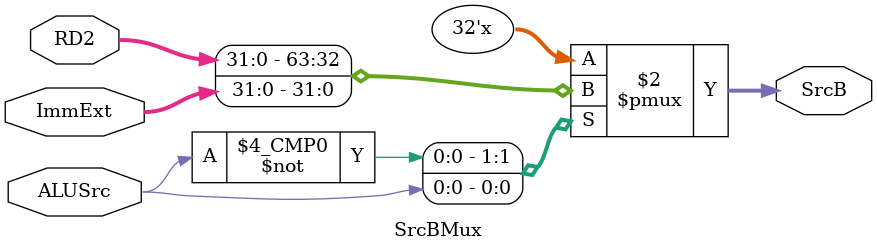
<source format=v>
module SrcBMux (
    input wire [31:0] RD2,
    input wire [31:0] ImmExt,
    input wire ALUSrc,
    output reg [31:0] SrcB
);
always@(*) begin
case(ALUSrc)
    1'b0 : SrcB <= RD2;
    1'b1 : SrcB <= ImmExt;
    default : SrcB <=RD2; //deafult RD2
endcase
end 
endmodule
//checked
</source>
